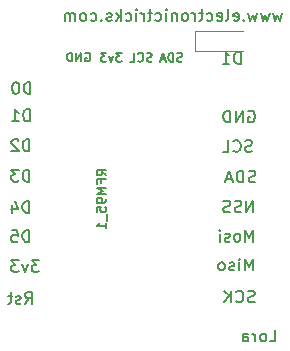
<source format=gbo>
G04 #@! TF.FileFunction,Legend,Bot*
%FSLAX46Y46*%
G04 Gerber Fmt 4.6, Leading zero omitted, Abs format (unit mm)*
G04 Created by KiCad (PCBNEW 4.0.4-stable) date 03/17/17 15:09:56*
%MOMM*%
%LPD*%
G01*
G04 APERTURE LIST*
%ADD10C,0.100000*%
%ADD11C,0.150000*%
%ADD12C,0.200000*%
%ADD13C,0.120000*%
%ADD14C,0.160000*%
G04 APERTURE END LIST*
D10*
D11*
X146294314Y-107135562D02*
X146151457Y-107183181D01*
X145913361Y-107183181D01*
X145818123Y-107135562D01*
X145770504Y-107087943D01*
X145722885Y-106992705D01*
X145722885Y-106897467D01*
X145770504Y-106802229D01*
X145818123Y-106754610D01*
X145913361Y-106706990D01*
X146103838Y-106659371D01*
X146199076Y-106611752D01*
X146246695Y-106564133D01*
X146294314Y-106468895D01*
X146294314Y-106373657D01*
X146246695Y-106278419D01*
X146199076Y-106230800D01*
X146103838Y-106183181D01*
X145865742Y-106183181D01*
X145722885Y-106230800D01*
X144722885Y-107087943D02*
X144770504Y-107135562D01*
X144913361Y-107183181D01*
X145008599Y-107183181D01*
X145151457Y-107135562D01*
X145246695Y-107040324D01*
X145294314Y-106945086D01*
X145341933Y-106754610D01*
X145341933Y-106611752D01*
X145294314Y-106421276D01*
X145246695Y-106326038D01*
X145151457Y-106230800D01*
X145008599Y-106183181D01*
X144913361Y-106183181D01*
X144770504Y-106230800D01*
X144722885Y-106278419D01*
X144294314Y-107183181D02*
X144294314Y-106183181D01*
X143722885Y-107183181D02*
X144151457Y-106611752D01*
X143722885Y-106183181D02*
X144294314Y-106754610D01*
X146132371Y-104465381D02*
X146132371Y-103465381D01*
X145799037Y-104179667D01*
X145465704Y-103465381D01*
X145465704Y-104465381D01*
X144989514Y-104465381D02*
X144989514Y-103798714D01*
X144989514Y-103465381D02*
X145037133Y-103513000D01*
X144989514Y-103560619D01*
X144941895Y-103513000D01*
X144989514Y-103465381D01*
X144989514Y-103560619D01*
X144560943Y-104417762D02*
X144465705Y-104465381D01*
X144275229Y-104465381D01*
X144179990Y-104417762D01*
X144132371Y-104322524D01*
X144132371Y-104274905D01*
X144179990Y-104179667D01*
X144275229Y-104132048D01*
X144418086Y-104132048D01*
X144513324Y-104084429D01*
X144560943Y-103989190D01*
X144560943Y-103941571D01*
X144513324Y-103846333D01*
X144418086Y-103798714D01*
X144275229Y-103798714D01*
X144179990Y-103846333D01*
X143560943Y-104465381D02*
X143656181Y-104417762D01*
X143703800Y-104370143D01*
X143751419Y-104274905D01*
X143751419Y-103989190D01*
X143703800Y-103893952D01*
X143656181Y-103846333D01*
X143560943Y-103798714D01*
X143418085Y-103798714D01*
X143322847Y-103846333D01*
X143275228Y-103893952D01*
X143227609Y-103989190D01*
X143227609Y-104274905D01*
X143275228Y-104370143D01*
X143322847Y-104417762D01*
X143418085Y-104465381D01*
X143560943Y-104465381D01*
X146183171Y-102026981D02*
X146183171Y-101026981D01*
X145849837Y-101741267D01*
X145516504Y-101026981D01*
X145516504Y-102026981D01*
X144897457Y-102026981D02*
X144992695Y-101979362D01*
X145040314Y-101931743D01*
X145087933Y-101836505D01*
X145087933Y-101550790D01*
X145040314Y-101455552D01*
X144992695Y-101407933D01*
X144897457Y-101360314D01*
X144754599Y-101360314D01*
X144659361Y-101407933D01*
X144611742Y-101455552D01*
X144564123Y-101550790D01*
X144564123Y-101836505D01*
X144611742Y-101931743D01*
X144659361Y-101979362D01*
X144754599Y-102026981D01*
X144897457Y-102026981D01*
X144183171Y-101979362D02*
X144087933Y-102026981D01*
X143897457Y-102026981D01*
X143802218Y-101979362D01*
X143754599Y-101884124D01*
X143754599Y-101836505D01*
X143802218Y-101741267D01*
X143897457Y-101693648D01*
X144040314Y-101693648D01*
X144135552Y-101646029D01*
X144183171Y-101550790D01*
X144183171Y-101503171D01*
X144135552Y-101407933D01*
X144040314Y-101360314D01*
X143897457Y-101360314D01*
X143802218Y-101407933D01*
X143326028Y-102026981D02*
X143326028Y-101360314D01*
X143326028Y-101026981D02*
X143373647Y-101074600D01*
X143326028Y-101122219D01*
X143278409Y-101074600D01*
X143326028Y-101026981D01*
X143326028Y-101122219D01*
X146170495Y-99563181D02*
X146170495Y-98563181D01*
X145599066Y-99563181D01*
X145599066Y-98563181D01*
X145170495Y-99515562D02*
X145027638Y-99563181D01*
X144789542Y-99563181D01*
X144694304Y-99515562D01*
X144646685Y-99467943D01*
X144599066Y-99372705D01*
X144599066Y-99277467D01*
X144646685Y-99182229D01*
X144694304Y-99134610D01*
X144789542Y-99086990D01*
X144980019Y-99039371D01*
X145075257Y-98991752D01*
X145122876Y-98944133D01*
X145170495Y-98848895D01*
X145170495Y-98753657D01*
X145122876Y-98658419D01*
X145075257Y-98610800D01*
X144980019Y-98563181D01*
X144741923Y-98563181D01*
X144599066Y-98610800D01*
X144218114Y-99515562D02*
X144075257Y-99563181D01*
X143837161Y-99563181D01*
X143741923Y-99515562D01*
X143694304Y-99467943D01*
X143646685Y-99372705D01*
X143646685Y-99277467D01*
X143694304Y-99182229D01*
X143741923Y-99134610D01*
X143837161Y-99086990D01*
X144027638Y-99039371D01*
X144122876Y-98991752D01*
X144170495Y-98944133D01*
X144218114Y-98848895D01*
X144218114Y-98753657D01*
X144170495Y-98658419D01*
X144122876Y-98610800D01*
X144027638Y-98563181D01*
X143789542Y-98563181D01*
X143646685Y-98610800D01*
X146349886Y-96975562D02*
X146207029Y-97023181D01*
X145968933Y-97023181D01*
X145873695Y-96975562D01*
X145826076Y-96927943D01*
X145778457Y-96832705D01*
X145778457Y-96737467D01*
X145826076Y-96642229D01*
X145873695Y-96594610D01*
X145968933Y-96546990D01*
X146159410Y-96499371D01*
X146254648Y-96451752D01*
X146302267Y-96404133D01*
X146349886Y-96308895D01*
X146349886Y-96213657D01*
X146302267Y-96118419D01*
X146254648Y-96070800D01*
X146159410Y-96023181D01*
X145921314Y-96023181D01*
X145778457Y-96070800D01*
X145349886Y-97023181D02*
X145349886Y-96023181D01*
X145111791Y-96023181D01*
X144968933Y-96070800D01*
X144873695Y-96166038D01*
X144826076Y-96261276D01*
X144778457Y-96451752D01*
X144778457Y-96594610D01*
X144826076Y-96785086D01*
X144873695Y-96880324D01*
X144968933Y-96975562D01*
X145111791Y-97023181D01*
X145349886Y-97023181D01*
X144397505Y-96737467D02*
X143921314Y-96737467D01*
X144492743Y-97023181D02*
X144159410Y-96023181D01*
X143826076Y-97023181D01*
X146072076Y-94384762D02*
X145929219Y-94432381D01*
X145691123Y-94432381D01*
X145595885Y-94384762D01*
X145548266Y-94337143D01*
X145500647Y-94241905D01*
X145500647Y-94146667D01*
X145548266Y-94051429D01*
X145595885Y-94003810D01*
X145691123Y-93956190D01*
X145881600Y-93908571D01*
X145976838Y-93860952D01*
X146024457Y-93813333D01*
X146072076Y-93718095D01*
X146072076Y-93622857D01*
X146024457Y-93527619D01*
X145976838Y-93480000D01*
X145881600Y-93432381D01*
X145643504Y-93432381D01*
X145500647Y-93480000D01*
X144500647Y-94337143D02*
X144548266Y-94384762D01*
X144691123Y-94432381D01*
X144786361Y-94432381D01*
X144929219Y-94384762D01*
X145024457Y-94289524D01*
X145072076Y-94194286D01*
X145119695Y-94003810D01*
X145119695Y-93860952D01*
X145072076Y-93670476D01*
X145024457Y-93575238D01*
X144929219Y-93480000D01*
X144786361Y-93432381D01*
X144691123Y-93432381D01*
X144548266Y-93480000D01*
X144500647Y-93527619D01*
X143595885Y-94432381D02*
X144072076Y-94432381D01*
X144072076Y-93432381D01*
X145745104Y-90990800D02*
X145840342Y-90943181D01*
X145983199Y-90943181D01*
X146126057Y-90990800D01*
X146221295Y-91086038D01*
X146268914Y-91181276D01*
X146316533Y-91371752D01*
X146316533Y-91514610D01*
X146268914Y-91705086D01*
X146221295Y-91800324D01*
X146126057Y-91895562D01*
X145983199Y-91943181D01*
X145887961Y-91943181D01*
X145745104Y-91895562D01*
X145697485Y-91847943D01*
X145697485Y-91514610D01*
X145887961Y-91514610D01*
X145268914Y-91943181D02*
X145268914Y-90943181D01*
X144697485Y-91943181D01*
X144697485Y-90943181D01*
X144221295Y-91943181D02*
X144221295Y-90943181D01*
X143983200Y-90943181D01*
X143840342Y-90990800D01*
X143745104Y-91086038D01*
X143697485Y-91181276D01*
X143649866Y-91371752D01*
X143649866Y-91514610D01*
X143697485Y-91705086D01*
X143745104Y-91800324D01*
X143840342Y-91895562D01*
X143983200Y-91943181D01*
X144221295Y-91943181D01*
X140153514Y-86765171D02*
X140046371Y-86800886D01*
X139867800Y-86800886D01*
X139796371Y-86765171D01*
X139760657Y-86729457D01*
X139724942Y-86658029D01*
X139724942Y-86586600D01*
X139760657Y-86515171D01*
X139796371Y-86479457D01*
X139867800Y-86443743D01*
X140010657Y-86408029D01*
X140082085Y-86372314D01*
X140117800Y-86336600D01*
X140153514Y-86265171D01*
X140153514Y-86193743D01*
X140117800Y-86122314D01*
X140082085Y-86086600D01*
X140010657Y-86050886D01*
X139832085Y-86050886D01*
X139724942Y-86086600D01*
X139403514Y-86800886D02*
X139403514Y-86050886D01*
X139224942Y-86050886D01*
X139117799Y-86086600D01*
X139046371Y-86158029D01*
X139010656Y-86229457D01*
X138974942Y-86372314D01*
X138974942Y-86479457D01*
X139010656Y-86622314D01*
X139046371Y-86693743D01*
X139117799Y-86765171D01*
X139224942Y-86800886D01*
X139403514Y-86800886D01*
X138689228Y-86586600D02*
X138332085Y-86586600D01*
X138760656Y-86800886D02*
X138510656Y-86050886D01*
X138260656Y-86800886D01*
X137595657Y-86765171D02*
X137488514Y-86800886D01*
X137309943Y-86800886D01*
X137238514Y-86765171D01*
X137202800Y-86729457D01*
X137167085Y-86658029D01*
X137167085Y-86586600D01*
X137202800Y-86515171D01*
X137238514Y-86479457D01*
X137309943Y-86443743D01*
X137452800Y-86408029D01*
X137524228Y-86372314D01*
X137559943Y-86336600D01*
X137595657Y-86265171D01*
X137595657Y-86193743D01*
X137559943Y-86122314D01*
X137524228Y-86086600D01*
X137452800Y-86050886D01*
X137274228Y-86050886D01*
X137167085Y-86086600D01*
X136417085Y-86729457D02*
X136452799Y-86765171D01*
X136559942Y-86800886D01*
X136631371Y-86800886D01*
X136738514Y-86765171D01*
X136809942Y-86693743D01*
X136845657Y-86622314D01*
X136881371Y-86479457D01*
X136881371Y-86372314D01*
X136845657Y-86229457D01*
X136809942Y-86158029D01*
X136738514Y-86086600D01*
X136631371Y-86050886D01*
X136559942Y-86050886D01*
X136452799Y-86086600D01*
X136417085Y-86122314D01*
X135738514Y-86800886D02*
X136095657Y-86800886D01*
X136095657Y-86050886D01*
X135030257Y-86050886D02*
X134565971Y-86050886D01*
X134815971Y-86336600D01*
X134708829Y-86336600D01*
X134637400Y-86372314D01*
X134601686Y-86408029D01*
X134565971Y-86479457D01*
X134565971Y-86658029D01*
X134601686Y-86729457D01*
X134637400Y-86765171D01*
X134708829Y-86800886D01*
X134923114Y-86800886D01*
X134994543Y-86765171D01*
X135030257Y-86729457D01*
X134315971Y-86300886D02*
X134137400Y-86800886D01*
X133958828Y-86300886D01*
X133744542Y-86050886D02*
X133280256Y-86050886D01*
X133530256Y-86336600D01*
X133423114Y-86336600D01*
X133351685Y-86372314D01*
X133315971Y-86408029D01*
X133280256Y-86479457D01*
X133280256Y-86658029D01*
X133315971Y-86729457D01*
X133351685Y-86765171D01*
X133423114Y-86800886D01*
X133637399Y-86800886D01*
X133708828Y-86765171D01*
X133744542Y-86729457D01*
X131965628Y-86061200D02*
X132037057Y-86025486D01*
X132144200Y-86025486D01*
X132251343Y-86061200D01*
X132322771Y-86132629D01*
X132358486Y-86204057D01*
X132394200Y-86346914D01*
X132394200Y-86454057D01*
X132358486Y-86596914D01*
X132322771Y-86668343D01*
X132251343Y-86739771D01*
X132144200Y-86775486D01*
X132072771Y-86775486D01*
X131965628Y-86739771D01*
X131929914Y-86704057D01*
X131929914Y-86454057D01*
X132072771Y-86454057D01*
X131608486Y-86775486D02*
X131608486Y-86025486D01*
X131179914Y-86775486D01*
X131179914Y-86025486D01*
X130822772Y-86775486D02*
X130822772Y-86025486D01*
X130644200Y-86025486D01*
X130537057Y-86061200D01*
X130465629Y-86132629D01*
X130429914Y-86204057D01*
X130394200Y-86346914D01*
X130394200Y-86454057D01*
X130429914Y-86596914D01*
X130465629Y-86668343D01*
X130537057Y-86739771D01*
X130644200Y-86775486D01*
X130822772Y-86775486D01*
X126872952Y-107310181D02*
X127206286Y-106833990D01*
X127444381Y-107310181D02*
X127444381Y-106310181D01*
X127063428Y-106310181D01*
X126968190Y-106357800D01*
X126920571Y-106405419D01*
X126872952Y-106500657D01*
X126872952Y-106643514D01*
X126920571Y-106738752D01*
X126968190Y-106786371D01*
X127063428Y-106833990D01*
X127444381Y-106833990D01*
X126492000Y-107262562D02*
X126396762Y-107310181D01*
X126206286Y-107310181D01*
X126111047Y-107262562D01*
X126063428Y-107167324D01*
X126063428Y-107119705D01*
X126111047Y-107024467D01*
X126206286Y-106976848D01*
X126349143Y-106976848D01*
X126444381Y-106929229D01*
X126492000Y-106833990D01*
X126492000Y-106786371D01*
X126444381Y-106691133D01*
X126349143Y-106643514D01*
X126206286Y-106643514D01*
X126111047Y-106691133D01*
X125777714Y-106643514D02*
X125396762Y-106643514D01*
X125634857Y-106310181D02*
X125634857Y-107167324D01*
X125587238Y-107262562D01*
X125492000Y-107310181D01*
X125396762Y-107310181D01*
X128038076Y-103592381D02*
X127419028Y-103592381D01*
X127752362Y-103973333D01*
X127609504Y-103973333D01*
X127514266Y-104020952D01*
X127466647Y-104068571D01*
X127419028Y-104163810D01*
X127419028Y-104401905D01*
X127466647Y-104497143D01*
X127514266Y-104544762D01*
X127609504Y-104592381D01*
X127895219Y-104592381D01*
X127990457Y-104544762D01*
X128038076Y-104497143D01*
X127085695Y-103925714D02*
X126847600Y-104592381D01*
X126609504Y-103925714D01*
X126323790Y-103592381D02*
X125704742Y-103592381D01*
X126038076Y-103973333D01*
X125895218Y-103973333D01*
X125799980Y-104020952D01*
X125752361Y-104068571D01*
X125704742Y-104163810D01*
X125704742Y-104401905D01*
X125752361Y-104497143D01*
X125799980Y-104544762D01*
X125895218Y-104592381D01*
X126180933Y-104592381D01*
X126276171Y-104544762D01*
X126323790Y-104497143D01*
X127204695Y-102077781D02*
X127204695Y-101077781D01*
X126966600Y-101077781D01*
X126823742Y-101125400D01*
X126728504Y-101220638D01*
X126680885Y-101315876D01*
X126633266Y-101506352D01*
X126633266Y-101649210D01*
X126680885Y-101839686D01*
X126728504Y-101934924D01*
X126823742Y-102030162D01*
X126966600Y-102077781D01*
X127204695Y-102077781D01*
X125728504Y-101077781D02*
X126204695Y-101077781D01*
X126252314Y-101553971D01*
X126204695Y-101506352D01*
X126109457Y-101458733D01*
X125871361Y-101458733D01*
X125776123Y-101506352D01*
X125728504Y-101553971D01*
X125680885Y-101649210D01*
X125680885Y-101887305D01*
X125728504Y-101982543D01*
X125776123Y-102030162D01*
X125871361Y-102077781D01*
X126109457Y-102077781D01*
X126204695Y-102030162D01*
X126252314Y-101982543D01*
X127204695Y-99613981D02*
X127204695Y-98613981D01*
X126966600Y-98613981D01*
X126823742Y-98661600D01*
X126728504Y-98756838D01*
X126680885Y-98852076D01*
X126633266Y-99042552D01*
X126633266Y-99185410D01*
X126680885Y-99375886D01*
X126728504Y-99471124D01*
X126823742Y-99566362D01*
X126966600Y-99613981D01*
X127204695Y-99613981D01*
X125776123Y-98947314D02*
X125776123Y-99613981D01*
X126014219Y-98566362D02*
X126252314Y-99280648D01*
X125633266Y-99280648D01*
X127230095Y-96946981D02*
X127230095Y-95946981D01*
X126992000Y-95946981D01*
X126849142Y-95994600D01*
X126753904Y-96089838D01*
X126706285Y-96185076D01*
X126658666Y-96375552D01*
X126658666Y-96518410D01*
X126706285Y-96708886D01*
X126753904Y-96804124D01*
X126849142Y-96899362D01*
X126992000Y-96946981D01*
X127230095Y-96946981D01*
X126325333Y-95946981D02*
X125706285Y-95946981D01*
X126039619Y-96327933D01*
X125896761Y-96327933D01*
X125801523Y-96375552D01*
X125753904Y-96423171D01*
X125706285Y-96518410D01*
X125706285Y-96756505D01*
X125753904Y-96851743D01*
X125801523Y-96899362D01*
X125896761Y-96946981D01*
X126182476Y-96946981D01*
X126277714Y-96899362D01*
X126325333Y-96851743D01*
X127230095Y-94381581D02*
X127230095Y-93381581D01*
X126992000Y-93381581D01*
X126849142Y-93429200D01*
X126753904Y-93524438D01*
X126706285Y-93619676D01*
X126658666Y-93810152D01*
X126658666Y-93953010D01*
X126706285Y-94143486D01*
X126753904Y-94238724D01*
X126849142Y-94333962D01*
X126992000Y-94381581D01*
X127230095Y-94381581D01*
X126277714Y-93476819D02*
X126230095Y-93429200D01*
X126134857Y-93381581D01*
X125896761Y-93381581D01*
X125801523Y-93429200D01*
X125753904Y-93476819D01*
X125706285Y-93572057D01*
X125706285Y-93667295D01*
X125753904Y-93810152D01*
X126325333Y-94381581D01*
X125706285Y-94381581D01*
X127255495Y-91841581D02*
X127255495Y-90841581D01*
X127017400Y-90841581D01*
X126874542Y-90889200D01*
X126779304Y-90984438D01*
X126731685Y-91079676D01*
X126684066Y-91270152D01*
X126684066Y-91413010D01*
X126731685Y-91603486D01*
X126779304Y-91698724D01*
X126874542Y-91793962D01*
X127017400Y-91841581D01*
X127255495Y-91841581D01*
X125731685Y-91841581D02*
X126303114Y-91841581D01*
X126017400Y-91841581D02*
X126017400Y-90841581D01*
X126112638Y-90984438D01*
X126207876Y-91079676D01*
X126303114Y-91127295D01*
X127306295Y-89530181D02*
X127306295Y-88530181D01*
X127068200Y-88530181D01*
X126925342Y-88577800D01*
X126830104Y-88673038D01*
X126782485Y-88768276D01*
X126734866Y-88958752D01*
X126734866Y-89101610D01*
X126782485Y-89292086D01*
X126830104Y-89387324D01*
X126925342Y-89482562D01*
X127068200Y-89530181D01*
X127306295Y-89530181D01*
X126115819Y-88530181D02*
X126020580Y-88530181D01*
X125925342Y-88577800D01*
X125877723Y-88625419D01*
X125830104Y-88720657D01*
X125782485Y-88911133D01*
X125782485Y-89149229D01*
X125830104Y-89339705D01*
X125877723Y-89434943D01*
X125925342Y-89482562D01*
X126020580Y-89530181D01*
X126115819Y-89530181D01*
X126211057Y-89482562D01*
X126258676Y-89434943D01*
X126306295Y-89339705D01*
X126353914Y-89149229D01*
X126353914Y-88911133D01*
X126306295Y-88720657D01*
X126258676Y-88625419D01*
X126211057Y-88577800D01*
X126115819Y-88530181D01*
D12*
X147564362Y-110485181D02*
X148040553Y-110485181D01*
X148040553Y-109485181D01*
X147088172Y-110485181D02*
X147183410Y-110437562D01*
X147231029Y-110389943D01*
X147278648Y-110294705D01*
X147278648Y-110008990D01*
X147231029Y-109913752D01*
X147183410Y-109866133D01*
X147088172Y-109818514D01*
X146945314Y-109818514D01*
X146850076Y-109866133D01*
X146802457Y-109913752D01*
X146754838Y-110008990D01*
X146754838Y-110294705D01*
X146802457Y-110389943D01*
X146850076Y-110437562D01*
X146945314Y-110485181D01*
X147088172Y-110485181D01*
X146326267Y-110485181D02*
X146326267Y-109818514D01*
X146326267Y-110008990D02*
X146278648Y-109913752D01*
X146231029Y-109866133D01*
X146135791Y-109818514D01*
X146040552Y-109818514D01*
X145278647Y-110485181D02*
X145278647Y-109961371D01*
X145326266Y-109866133D01*
X145421504Y-109818514D01*
X145611981Y-109818514D01*
X145707219Y-109866133D01*
X145278647Y-110437562D02*
X145373885Y-110485181D01*
X145611981Y-110485181D01*
X145707219Y-110437562D01*
X145754838Y-110342324D01*
X145754838Y-110247086D01*
X145707219Y-110151848D01*
X145611981Y-110104229D01*
X145373885Y-110104229D01*
X145278647Y-110056610D01*
X148607896Y-82691314D02*
X148417420Y-83357981D01*
X148226943Y-82881790D01*
X148036467Y-83357981D01*
X147845991Y-82691314D01*
X147560277Y-82691314D02*
X147369801Y-83357981D01*
X147179324Y-82881790D01*
X146988848Y-83357981D01*
X146798372Y-82691314D01*
X146512658Y-82691314D02*
X146322182Y-83357981D01*
X146131705Y-82881790D01*
X145941229Y-83357981D01*
X145750753Y-82691314D01*
X145369801Y-83262743D02*
X145322182Y-83310362D01*
X145369801Y-83357981D01*
X145417420Y-83310362D01*
X145369801Y-83262743D01*
X145369801Y-83357981D01*
X144512658Y-83310362D02*
X144607896Y-83357981D01*
X144798373Y-83357981D01*
X144893611Y-83310362D01*
X144941230Y-83215124D01*
X144941230Y-82834171D01*
X144893611Y-82738933D01*
X144798373Y-82691314D01*
X144607896Y-82691314D01*
X144512658Y-82738933D01*
X144465039Y-82834171D01*
X144465039Y-82929410D01*
X144941230Y-83024648D01*
X143893611Y-83357981D02*
X143988849Y-83310362D01*
X144036468Y-83215124D01*
X144036468Y-82357981D01*
X143131705Y-83310362D02*
X143226943Y-83357981D01*
X143417420Y-83357981D01*
X143512658Y-83310362D01*
X143560277Y-83215124D01*
X143560277Y-82834171D01*
X143512658Y-82738933D01*
X143417420Y-82691314D01*
X143226943Y-82691314D01*
X143131705Y-82738933D01*
X143084086Y-82834171D01*
X143084086Y-82929410D01*
X143560277Y-83024648D01*
X142226943Y-83310362D02*
X142322181Y-83357981D01*
X142512658Y-83357981D01*
X142607896Y-83310362D01*
X142655515Y-83262743D01*
X142703134Y-83167505D01*
X142703134Y-82881790D01*
X142655515Y-82786552D01*
X142607896Y-82738933D01*
X142512658Y-82691314D01*
X142322181Y-82691314D01*
X142226943Y-82738933D01*
X141941229Y-82691314D02*
X141560277Y-82691314D01*
X141798372Y-82357981D02*
X141798372Y-83215124D01*
X141750753Y-83310362D01*
X141655515Y-83357981D01*
X141560277Y-83357981D01*
X141226943Y-83357981D02*
X141226943Y-82691314D01*
X141226943Y-82881790D02*
X141179324Y-82786552D01*
X141131705Y-82738933D01*
X141036467Y-82691314D01*
X140941228Y-82691314D01*
X140465038Y-83357981D02*
X140560276Y-83310362D01*
X140607895Y-83262743D01*
X140655514Y-83167505D01*
X140655514Y-82881790D01*
X140607895Y-82786552D01*
X140560276Y-82738933D01*
X140465038Y-82691314D01*
X140322180Y-82691314D01*
X140226942Y-82738933D01*
X140179323Y-82786552D01*
X140131704Y-82881790D01*
X140131704Y-83167505D01*
X140179323Y-83262743D01*
X140226942Y-83310362D01*
X140322180Y-83357981D01*
X140465038Y-83357981D01*
X139703133Y-82691314D02*
X139703133Y-83357981D01*
X139703133Y-82786552D02*
X139655514Y-82738933D01*
X139560276Y-82691314D01*
X139417418Y-82691314D01*
X139322180Y-82738933D01*
X139274561Y-82834171D01*
X139274561Y-83357981D01*
X138798371Y-83357981D02*
X138798371Y-82691314D01*
X138798371Y-82357981D02*
X138845990Y-82405600D01*
X138798371Y-82453219D01*
X138750752Y-82405600D01*
X138798371Y-82357981D01*
X138798371Y-82453219D01*
X137893609Y-83310362D02*
X137988847Y-83357981D01*
X138179324Y-83357981D01*
X138274562Y-83310362D01*
X138322181Y-83262743D01*
X138369800Y-83167505D01*
X138369800Y-82881790D01*
X138322181Y-82786552D01*
X138274562Y-82738933D01*
X138179324Y-82691314D01*
X137988847Y-82691314D01*
X137893609Y-82738933D01*
X137607895Y-82691314D02*
X137226943Y-82691314D01*
X137465038Y-82357981D02*
X137465038Y-83215124D01*
X137417419Y-83310362D01*
X137322181Y-83357981D01*
X137226943Y-83357981D01*
X136893609Y-83357981D02*
X136893609Y-82691314D01*
X136893609Y-82881790D02*
X136845990Y-82786552D01*
X136798371Y-82738933D01*
X136703133Y-82691314D01*
X136607894Y-82691314D01*
X136274561Y-83357981D02*
X136274561Y-82691314D01*
X136274561Y-82357981D02*
X136322180Y-82405600D01*
X136274561Y-82453219D01*
X136226942Y-82405600D01*
X136274561Y-82357981D01*
X136274561Y-82453219D01*
X135369799Y-83310362D02*
X135465037Y-83357981D01*
X135655514Y-83357981D01*
X135750752Y-83310362D01*
X135798371Y-83262743D01*
X135845990Y-83167505D01*
X135845990Y-82881790D01*
X135798371Y-82786552D01*
X135750752Y-82738933D01*
X135655514Y-82691314D01*
X135465037Y-82691314D01*
X135369799Y-82738933D01*
X134941228Y-83357981D02*
X134941228Y-82357981D01*
X134845990Y-82977029D02*
X134560275Y-83357981D01*
X134560275Y-82691314D02*
X134941228Y-83072267D01*
X134179323Y-83310362D02*
X134084085Y-83357981D01*
X133893609Y-83357981D01*
X133798370Y-83310362D01*
X133750751Y-83215124D01*
X133750751Y-83167505D01*
X133798370Y-83072267D01*
X133893609Y-83024648D01*
X134036466Y-83024648D01*
X134131704Y-82977029D01*
X134179323Y-82881790D01*
X134179323Y-82834171D01*
X134131704Y-82738933D01*
X134036466Y-82691314D01*
X133893609Y-82691314D01*
X133798370Y-82738933D01*
X133322180Y-83262743D02*
X133274561Y-83310362D01*
X133322180Y-83357981D01*
X133369799Y-83310362D01*
X133322180Y-83262743D01*
X133322180Y-83357981D01*
X132417418Y-83310362D02*
X132512656Y-83357981D01*
X132703133Y-83357981D01*
X132798371Y-83310362D01*
X132845990Y-83262743D01*
X132893609Y-83167505D01*
X132893609Y-82881790D01*
X132845990Y-82786552D01*
X132798371Y-82738933D01*
X132703133Y-82691314D01*
X132512656Y-82691314D01*
X132417418Y-82738933D01*
X131845990Y-83357981D02*
X131941228Y-83310362D01*
X131988847Y-83262743D01*
X132036466Y-83167505D01*
X132036466Y-82881790D01*
X131988847Y-82786552D01*
X131941228Y-82738933D01*
X131845990Y-82691314D01*
X131703132Y-82691314D01*
X131607894Y-82738933D01*
X131560275Y-82786552D01*
X131512656Y-82881790D01*
X131512656Y-83167505D01*
X131560275Y-83262743D01*
X131607894Y-83310362D01*
X131703132Y-83357981D01*
X131845990Y-83357981D01*
X131084085Y-83357981D02*
X131084085Y-82691314D01*
X131084085Y-82786552D02*
X131036466Y-82738933D01*
X130941228Y-82691314D01*
X130798370Y-82691314D01*
X130703132Y-82738933D01*
X130655513Y-82834171D01*
X130655513Y-83357981D01*
X130655513Y-82834171D02*
X130607894Y-82738933D01*
X130512656Y-82691314D01*
X130369799Y-82691314D01*
X130274561Y-82738933D01*
X130226942Y-82834171D01*
X130226942Y-83357981D01*
D13*
X141213200Y-85889200D02*
X141213200Y-84189200D01*
X141263200Y-84189200D02*
X145313200Y-84189200D01*
X141263200Y-85889200D02*
X145313200Y-85889200D01*
D11*
X145111695Y-86964781D02*
X145111695Y-85964781D01*
X144873600Y-85964781D01*
X144730742Y-86012400D01*
X144635504Y-86107638D01*
X144587885Y-86202876D01*
X144540266Y-86393352D01*
X144540266Y-86536210D01*
X144587885Y-86726686D01*
X144635504Y-86821924D01*
X144730742Y-86917162D01*
X144873600Y-86964781D01*
X145111695Y-86964781D01*
X143587885Y-86964781D02*
X144159314Y-86964781D01*
X143873600Y-86964781D02*
X143873600Y-85964781D01*
X143968838Y-86107638D01*
X144064076Y-86202876D01*
X144159314Y-86250495D01*
D14*
X133711905Y-96425000D02*
X133330952Y-96158333D01*
X133711905Y-95967857D02*
X132911905Y-95967857D01*
X132911905Y-96272619D01*
X132950000Y-96348810D01*
X132988095Y-96386905D01*
X133064286Y-96425000D01*
X133178571Y-96425000D01*
X133254762Y-96386905D01*
X133292857Y-96348810D01*
X133330952Y-96272619D01*
X133330952Y-95967857D01*
X133292857Y-97034524D02*
X133292857Y-96767857D01*
X133711905Y-96767857D02*
X132911905Y-96767857D01*
X132911905Y-97148810D01*
X133711905Y-97453571D02*
X132911905Y-97453571D01*
X133483333Y-97720238D01*
X132911905Y-97986905D01*
X133711905Y-97986905D01*
X133711905Y-98405952D02*
X133711905Y-98558333D01*
X133673810Y-98634524D01*
X133635714Y-98672619D01*
X133521429Y-98748810D01*
X133369048Y-98786905D01*
X133064286Y-98786905D01*
X132988095Y-98748810D01*
X132950000Y-98710714D01*
X132911905Y-98634524D01*
X132911905Y-98482143D01*
X132950000Y-98405952D01*
X132988095Y-98367857D01*
X133064286Y-98329762D01*
X133254762Y-98329762D01*
X133330952Y-98367857D01*
X133369048Y-98405952D01*
X133407143Y-98482143D01*
X133407143Y-98634524D01*
X133369048Y-98710714D01*
X133330952Y-98748810D01*
X133254762Y-98786905D01*
X132911905Y-99510715D02*
X132911905Y-99129762D01*
X133292857Y-99091667D01*
X133254762Y-99129762D01*
X133216667Y-99205953D01*
X133216667Y-99396429D01*
X133254762Y-99472619D01*
X133292857Y-99510715D01*
X133369048Y-99548810D01*
X133559524Y-99548810D01*
X133635714Y-99510715D01*
X133673810Y-99472619D01*
X133711905Y-99396429D01*
X133711905Y-99205953D01*
X133673810Y-99129762D01*
X133635714Y-99091667D01*
X133788095Y-99701191D02*
X133788095Y-100310715D01*
X133711905Y-100920239D02*
X133711905Y-100463096D01*
X133711905Y-100691667D02*
X132911905Y-100691667D01*
X133026190Y-100615477D01*
X133102381Y-100539286D01*
X133140476Y-100463096D01*
M02*

</source>
